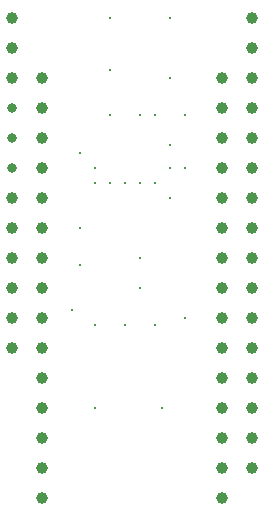
<source format=gbr>
%TF.GenerationSoftware,KiCad,Pcbnew,5.1.5+dfsg1-2~bpo10+1*%
%TF.CreationDate,Date%
%TF.ProjectId,ProMicro_WING,50726f4d-6963-4726-9f5f-57494e472e6b,v1.0*%
%TF.SameCoordinates,Original*%
%TF.FileFunction,Plated,1,2,PTH,Drill*%
%TF.FilePolarity,Positive*%
%FSLAX46Y46*%
G04 Gerber Fmt 4.6, Leading zero omitted, Abs format (unit mm)*
G04 Created by KiCad*
%MOMM*%
%LPD*%
G04 APERTURE LIST*
%TA.AperFunction,ViaDrill*%
%ADD10C,0.200000*%
%TD*%
%TA.AperFunction,ViaDrill*%
%ADD11C,0.300000*%
%TD*%
%TA.AperFunction,ComponentDrill*%
%ADD12C,0.800000*%
%TD*%
%TA.AperFunction,ComponentDrill*%
%ADD13C,1.000000*%
%TD*%
G04 APERTURE END LIST*
D10*
X-12700000Y15875000D03*
X-12065000Y29210000D03*
X-12065000Y22860000D03*
X-12064988Y19685000D03*
X-10795012Y14605000D03*
X-10795000Y27940000D03*
X-10795000Y26670000D03*
X-10795000Y7620000D03*
X-9525000Y40640000D03*
X-9525000Y36195000D03*
X-9525000Y32385000D03*
X-9525000Y26670000D03*
X-6985000Y32385000D03*
X-6985000Y26670000D03*
X-6985000Y20320000D03*
X-6985000Y17780000D03*
X-5715000Y32385000D03*
X-5715000Y26670000D03*
X-5715000Y14605000D03*
X-5080000Y7620000D03*
X-4445000Y40640000D03*
X-4445000Y35560000D03*
X-4445000Y29845000D03*
X-4445000Y27940000D03*
X-4445000Y25400002D03*
X-3175000Y32385000D03*
X-3175000Y27940000D03*
X-3175000Y15240000D03*
D11*
X-8255000Y26670000D03*
X-8255000Y14604992D03*
D12*
%TO.C,U1*%
X-17780000Y40640000D03*
X-17780000Y38100000D03*
X-17780000Y35560000D03*
X-17780000Y33020000D03*
X-17780000Y30480000D03*
X-17780000Y27940000D03*
X-17780000Y25400000D03*
X-17780000Y22860000D03*
X-17780000Y20320000D03*
X-17780000Y17780000D03*
X-17780000Y15240000D03*
X-17780000Y12700000D03*
X2540000Y38100000D03*
X2540000Y35560000D03*
X2540000Y33020000D03*
X2540000Y27940000D03*
X2540000Y25400000D03*
X2540000Y22860000D03*
X2540000Y20320000D03*
X2540000Y17780000D03*
X2540000Y15240000D03*
X2540000Y12700000D03*
X2540000Y10160000D03*
X2540000Y7620000D03*
X2540000Y5080000D03*
X2540000Y2540000D03*
D13*
%TO.C,U2*%
X-17780000Y40640000D03*
X-17780000Y38100000D03*
X-17780000Y35560000D03*
X-17780000Y25400000D03*
X-17780000Y22860000D03*
X-17780000Y20320000D03*
X-17780000Y17780000D03*
X-17780000Y15240000D03*
X-17780000Y12700000D03*
X2540000Y40640000D03*
X2540000Y38100000D03*
X2540000Y35560000D03*
X2540000Y33020000D03*
X2540000Y30480000D03*
X2540000Y27940000D03*
X2540000Y25400000D03*
X2540000Y22860000D03*
X2540000Y20320000D03*
X2540000Y17780000D03*
X2540000Y15240000D03*
X2540000Y12700000D03*
X2540000Y10160000D03*
X2540000Y7620000D03*
X2540000Y5080000D03*
X2540000Y2540000D03*
%TO.C,A1*%
X-15240000Y27940000D03*
X-15240000Y25400000D03*
X-15240000Y22860000D03*
X-15240000Y20320000D03*
X-15240000Y17780000D03*
X-15240000Y15240000D03*
X-15240000Y12700000D03*
X-15240000Y10160000D03*
X-15240000Y7620000D03*
X-15240000Y5080000D03*
X-15240000Y2540000D03*
X-15240000Y0D03*
X0Y27940000D03*
X0Y25400000D03*
X0Y22860000D03*
X0Y20320000D03*
X0Y17780000D03*
X0Y15240000D03*
X0Y12700000D03*
X0Y10160000D03*
X0Y7620000D03*
X0Y5080000D03*
X0Y2540000D03*
X0Y0D03*
%TO.C,A2*%
X-15240000Y35560000D03*
X-15240000Y33020000D03*
X-15240000Y30480000D03*
X-15240000Y17780000D03*
X-15240000Y15240000D03*
X-15240000Y12700000D03*
X-15240000Y10160000D03*
X-15240000Y7620000D03*
X-15240000Y5080000D03*
X-15240000Y2540000D03*
X-15240000Y0D03*
X0Y35560000D03*
X0Y33020000D03*
X0Y30480000D03*
X0Y27940000D03*
X0Y25400000D03*
X0Y22860000D03*
X0Y20320000D03*
X0Y17780000D03*
X0Y15240000D03*
X0Y12700000D03*
X0Y10160000D03*
X0Y7620000D03*
X0Y5080000D03*
X0Y2540000D03*
X0Y0D03*
M02*

</source>
